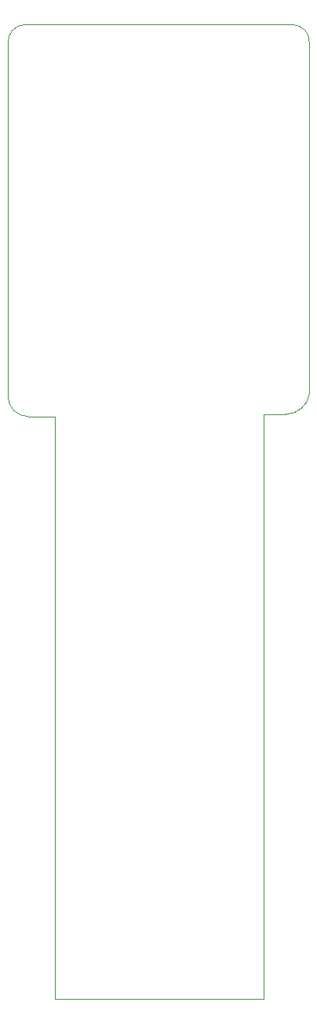
<source format=gbr>
%TF.GenerationSoftware,KiCad,Pcbnew,(6.0.11-0)*%
%TF.CreationDate,2023-11-09T08:58:10+01:00*%
%TF.ProjectId,ZESP32,5a455350-3332-42e6-9b69-6361645f7063,rev?*%
%TF.SameCoordinates,Original*%
%TF.FileFunction,Profile,NP*%
%FSLAX46Y46*%
G04 Gerber Fmt 4.6, Leading zero omitted, Abs format (unit mm)*
G04 Created by KiCad (PCBNEW (6.0.11-0)) date 2023-11-09 08:58:10*
%MOMM*%
%LPD*%
G01*
G04 APERTURE LIST*
%TA.AperFunction,Profile*%
%ADD10C,0.100000*%
%TD*%
G04 APERTURE END LIST*
D10*
X81788000Y-45720000D02*
X81788000Y-83820000D01*
X114300000Y-45720000D02*
X114300000Y-83566000D01*
X83629500Y-43688000D02*
X112458500Y-43688000D01*
X111760000Y-85725000D02*
X109347000Y-85725000D01*
X111760000Y-85724981D02*
G75*
G03*
X114300000Y-83566000I-2600J2576681D01*
G01*
X81788000Y-83820000D02*
G75*
G03*
X83947000Y-85979000I2159000J0D01*
G01*
X114299968Y-45719997D02*
G75*
G03*
X112458500Y-43688000I-1841468J181597D01*
G01*
X109347000Y-148844000D02*
X86868000Y-148844000D01*
X109347000Y-85725000D02*
X109347000Y-148844000D01*
X83629499Y-43687927D02*
G75*
G03*
X81788000Y-45720000I15601J-1864573D01*
G01*
X86868000Y-148844000D02*
X86868000Y-85979000D01*
X83947000Y-85979000D02*
X86868000Y-85979000D01*
M02*

</source>
